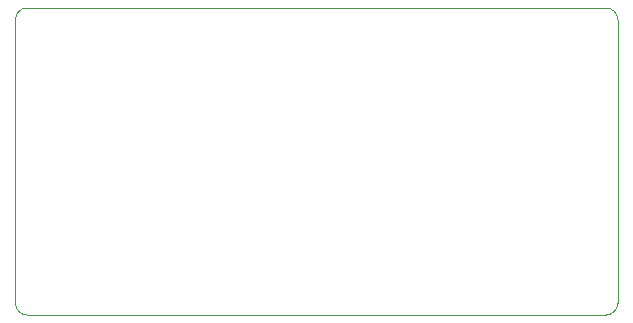
<source format=gbr>
%TF.GenerationSoftware,KiCad,Pcbnew,8.0.2*%
%TF.CreationDate,2024-11-05T19:48:56-03:00*%
%TF.ProjectId,BluetoothBoardSTM32,426c7565-746f-46f7-9468-426f61726453,rev?*%
%TF.SameCoordinates,PX2e0e41fPY5a51da2*%
%TF.FileFunction,Profile,NP*%
%FSLAX46Y46*%
G04 Gerber Fmt 4.6, Leading zero omitted, Abs format (unit mm)*
G04 Created by KiCad (PCBNEW 8.0.2) date 2024-11-05 19:48:56*
%MOMM*%
%LPD*%
G01*
G04 APERTURE LIST*
%TA.AperFunction,Profile*%
%ADD10C,0.050000*%
%TD*%
G04 APERTURE END LIST*
D10*
X49707105Y25707106D02*
G75*
G02*
X50707105Y24707106I0J-1000000D01*
G01*
X50707105Y24707106D02*
X50707105Y707106D01*
X-292895Y707105D02*
X-292895Y24707106D01*
X49707105Y-292894D02*
X707105Y-292894D01*
X707105Y25707106D02*
X27707105Y25707106D01*
X-292895Y24707106D02*
G75*
G02*
X707105Y25707106I1000000J0D01*
G01*
X50707105Y707106D02*
G75*
G02*
X49707105Y-292894I-1000000J0D01*
G01*
X707105Y-292893D02*
G75*
G02*
X-292894Y707105I0J999999D01*
G01*
X27707105Y25707106D02*
X49707105Y25707106D01*
M02*

</source>
